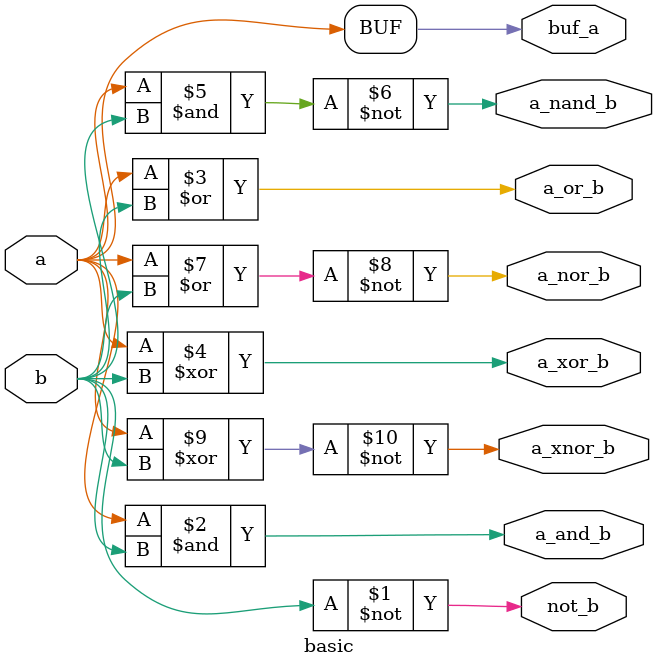
<source format=v>
module basic(
  input a, 
  input b, 
  output buf_a,
  output not_b,
  output a_and_b,
  output a_or_b,
  output a_xor_b,
  output a_nand_b,
  output a_nor_b,
  output a_xnor_b);

  assign buf_a = a;
  assign not_b = ~b;
  assign a_and_b = a & b;
  assign a_or_b = a | b;
  assign a_xor_b = a ^ b;
  assign a_nand_b = ~(a & b);
  assign a_nor_b = ~(a | b);
  assign a_xnor_b = ~(a ^ b);
endmodule
</source>
